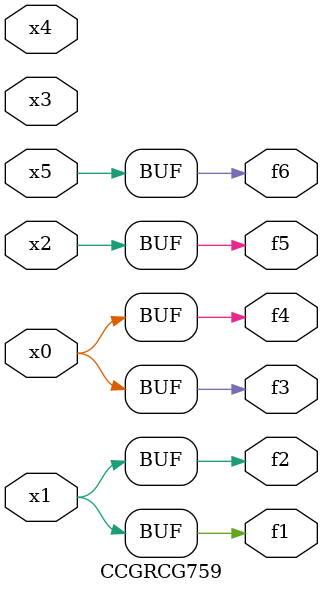
<source format=v>
module CCGRCG759(
	input x0, x1, x2, x3, x4, x5,
	output f1, f2, f3, f4, f5, f6
);
	assign f1 = x1;
	assign f2 = x1;
	assign f3 = x0;
	assign f4 = x0;
	assign f5 = x2;
	assign f6 = x5;
endmodule

</source>
